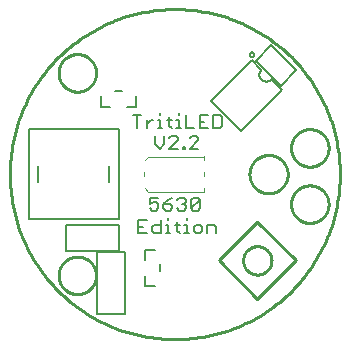
<source format=gto>
G75*
%MOIN*%
%OFA0B0*%
%FSLAX25Y25*%
%IPPOS*%
%LPD*%
%AMOC8*
5,1,8,0,0,1.08239X$1,22.5*
%
%ADD10C,0.01000*%
%ADD11C,0.00700*%
%ADD12C,0.00500*%
%ADD13C,0.00300*%
D10*
X0069250Y0049250D02*
X0069252Y0049408D01*
X0069258Y0049565D01*
X0069268Y0049723D01*
X0069282Y0049880D01*
X0069300Y0050036D01*
X0069321Y0050193D01*
X0069347Y0050348D01*
X0069377Y0050503D01*
X0069410Y0050657D01*
X0069448Y0050810D01*
X0069489Y0050963D01*
X0069534Y0051114D01*
X0069583Y0051264D01*
X0069636Y0051412D01*
X0069692Y0051560D01*
X0069753Y0051705D01*
X0069816Y0051850D01*
X0069884Y0051992D01*
X0069955Y0052133D01*
X0070029Y0052272D01*
X0070107Y0052409D01*
X0070189Y0052544D01*
X0070273Y0052677D01*
X0070362Y0052808D01*
X0070453Y0052936D01*
X0070548Y0053063D01*
X0070645Y0053186D01*
X0070746Y0053308D01*
X0070850Y0053426D01*
X0070957Y0053542D01*
X0071067Y0053655D01*
X0071179Y0053766D01*
X0071295Y0053873D01*
X0071413Y0053978D01*
X0071533Y0054080D01*
X0071656Y0054178D01*
X0071782Y0054274D01*
X0071910Y0054366D01*
X0072040Y0054455D01*
X0072172Y0054541D01*
X0072307Y0054623D01*
X0072444Y0054702D01*
X0072582Y0054777D01*
X0072722Y0054849D01*
X0072865Y0054917D01*
X0073008Y0054982D01*
X0073154Y0055043D01*
X0073301Y0055100D01*
X0073449Y0055154D01*
X0073599Y0055204D01*
X0073749Y0055250D01*
X0073901Y0055292D01*
X0074054Y0055331D01*
X0074208Y0055365D01*
X0074363Y0055396D01*
X0074518Y0055422D01*
X0074674Y0055445D01*
X0074831Y0055464D01*
X0074988Y0055479D01*
X0075145Y0055490D01*
X0075303Y0055497D01*
X0075461Y0055500D01*
X0075618Y0055499D01*
X0075776Y0055494D01*
X0075933Y0055485D01*
X0076091Y0055472D01*
X0076247Y0055455D01*
X0076404Y0055434D01*
X0076559Y0055410D01*
X0076714Y0055381D01*
X0076869Y0055348D01*
X0077022Y0055312D01*
X0077175Y0055271D01*
X0077326Y0055227D01*
X0077476Y0055179D01*
X0077625Y0055128D01*
X0077773Y0055072D01*
X0077919Y0055013D01*
X0078064Y0054950D01*
X0078207Y0054883D01*
X0078348Y0054813D01*
X0078487Y0054740D01*
X0078625Y0054663D01*
X0078761Y0054582D01*
X0078894Y0054498D01*
X0079025Y0054411D01*
X0079154Y0054320D01*
X0079281Y0054226D01*
X0079406Y0054129D01*
X0079527Y0054029D01*
X0079647Y0053926D01*
X0079763Y0053820D01*
X0079877Y0053711D01*
X0079989Y0053599D01*
X0080097Y0053485D01*
X0080202Y0053367D01*
X0080305Y0053247D01*
X0080404Y0053125D01*
X0080500Y0053000D01*
X0080593Y0052872D01*
X0080683Y0052743D01*
X0080769Y0052611D01*
X0080853Y0052477D01*
X0080932Y0052341D01*
X0081009Y0052203D01*
X0081081Y0052063D01*
X0081150Y0051921D01*
X0081216Y0051778D01*
X0081278Y0051633D01*
X0081336Y0051486D01*
X0081391Y0051338D01*
X0081442Y0051189D01*
X0081489Y0051038D01*
X0081532Y0050887D01*
X0081571Y0050734D01*
X0081607Y0050580D01*
X0081638Y0050426D01*
X0081666Y0050271D01*
X0081690Y0050115D01*
X0081710Y0049958D01*
X0081726Y0049801D01*
X0081738Y0049644D01*
X0081746Y0049487D01*
X0081750Y0049329D01*
X0081750Y0049171D01*
X0081746Y0049013D01*
X0081738Y0048856D01*
X0081726Y0048699D01*
X0081710Y0048542D01*
X0081690Y0048385D01*
X0081666Y0048229D01*
X0081638Y0048074D01*
X0081607Y0047920D01*
X0081571Y0047766D01*
X0081532Y0047613D01*
X0081489Y0047462D01*
X0081442Y0047311D01*
X0081391Y0047162D01*
X0081336Y0047014D01*
X0081278Y0046867D01*
X0081216Y0046722D01*
X0081150Y0046579D01*
X0081081Y0046437D01*
X0081009Y0046297D01*
X0080932Y0046159D01*
X0080853Y0046023D01*
X0080769Y0045889D01*
X0080683Y0045757D01*
X0080593Y0045628D01*
X0080500Y0045500D01*
X0080404Y0045375D01*
X0080305Y0045253D01*
X0080202Y0045133D01*
X0080097Y0045015D01*
X0079989Y0044901D01*
X0079877Y0044789D01*
X0079763Y0044680D01*
X0079647Y0044574D01*
X0079527Y0044471D01*
X0079406Y0044371D01*
X0079281Y0044274D01*
X0079154Y0044180D01*
X0079025Y0044089D01*
X0078894Y0044002D01*
X0078761Y0043918D01*
X0078625Y0043837D01*
X0078487Y0043760D01*
X0078348Y0043687D01*
X0078207Y0043617D01*
X0078064Y0043550D01*
X0077919Y0043487D01*
X0077773Y0043428D01*
X0077625Y0043372D01*
X0077476Y0043321D01*
X0077326Y0043273D01*
X0077175Y0043229D01*
X0077022Y0043188D01*
X0076869Y0043152D01*
X0076714Y0043119D01*
X0076559Y0043090D01*
X0076404Y0043066D01*
X0076247Y0043045D01*
X0076091Y0043028D01*
X0075933Y0043015D01*
X0075776Y0043006D01*
X0075618Y0043001D01*
X0075461Y0043000D01*
X0075303Y0043003D01*
X0075145Y0043010D01*
X0074988Y0043021D01*
X0074831Y0043036D01*
X0074674Y0043055D01*
X0074518Y0043078D01*
X0074363Y0043104D01*
X0074208Y0043135D01*
X0074054Y0043169D01*
X0073901Y0043208D01*
X0073749Y0043250D01*
X0073599Y0043296D01*
X0073449Y0043346D01*
X0073301Y0043400D01*
X0073154Y0043457D01*
X0073008Y0043518D01*
X0072865Y0043583D01*
X0072722Y0043651D01*
X0072582Y0043723D01*
X0072444Y0043798D01*
X0072307Y0043877D01*
X0072172Y0043959D01*
X0072040Y0044045D01*
X0071910Y0044134D01*
X0071782Y0044226D01*
X0071656Y0044322D01*
X0071533Y0044420D01*
X0071413Y0044522D01*
X0071295Y0044627D01*
X0071179Y0044734D01*
X0071067Y0044845D01*
X0070957Y0044958D01*
X0070850Y0045074D01*
X0070746Y0045192D01*
X0070645Y0045314D01*
X0070548Y0045437D01*
X0070453Y0045564D01*
X0070362Y0045692D01*
X0070273Y0045823D01*
X0070189Y0045956D01*
X0070107Y0046091D01*
X0070029Y0046228D01*
X0069955Y0046367D01*
X0069884Y0046508D01*
X0069816Y0046650D01*
X0069753Y0046795D01*
X0069692Y0046940D01*
X0069636Y0047088D01*
X0069583Y0047236D01*
X0069534Y0047386D01*
X0069489Y0047537D01*
X0069448Y0047690D01*
X0069410Y0047843D01*
X0069377Y0047997D01*
X0069347Y0048152D01*
X0069321Y0048307D01*
X0069300Y0048464D01*
X0069282Y0048620D01*
X0069268Y0048777D01*
X0069258Y0048935D01*
X0069252Y0049092D01*
X0069250Y0049250D01*
X0053000Y0083000D02*
X0053017Y0084350D01*
X0053066Y0085699D01*
X0053149Y0087046D01*
X0053265Y0088391D01*
X0053414Y0089733D01*
X0053595Y0091070D01*
X0053810Y0092403D01*
X0054057Y0093730D01*
X0054336Y0095051D01*
X0054648Y0096364D01*
X0054992Y0097669D01*
X0055368Y0098966D01*
X0055776Y0100252D01*
X0056215Y0101529D01*
X0056685Y0102794D01*
X0057187Y0104048D01*
X0057718Y0105288D01*
X0058281Y0106516D01*
X0058873Y0107729D01*
X0059494Y0108927D01*
X0060145Y0110109D01*
X0060825Y0111276D01*
X0061533Y0112425D01*
X0062269Y0113556D01*
X0063033Y0114669D01*
X0063824Y0115763D01*
X0064641Y0116838D01*
X0065484Y0117892D01*
X0066354Y0118925D01*
X0067248Y0119936D01*
X0068166Y0120925D01*
X0069109Y0121891D01*
X0070075Y0122834D01*
X0071064Y0123752D01*
X0072075Y0124646D01*
X0073108Y0125516D01*
X0074162Y0126359D01*
X0075237Y0127176D01*
X0076331Y0127967D01*
X0077444Y0128731D01*
X0078575Y0129467D01*
X0079724Y0130175D01*
X0080891Y0130855D01*
X0082073Y0131506D01*
X0083271Y0132127D01*
X0084484Y0132719D01*
X0085712Y0133282D01*
X0086952Y0133813D01*
X0088206Y0134315D01*
X0089471Y0134785D01*
X0090748Y0135224D01*
X0092034Y0135632D01*
X0093331Y0136008D01*
X0094636Y0136352D01*
X0095949Y0136664D01*
X0097270Y0136943D01*
X0098597Y0137190D01*
X0099930Y0137405D01*
X0101267Y0137586D01*
X0102609Y0137735D01*
X0103954Y0137851D01*
X0105301Y0137934D01*
X0106650Y0137983D01*
X0108000Y0138000D01*
X0109350Y0137983D01*
X0110699Y0137934D01*
X0112046Y0137851D01*
X0113391Y0137735D01*
X0114733Y0137586D01*
X0116070Y0137405D01*
X0117403Y0137190D01*
X0118730Y0136943D01*
X0120051Y0136664D01*
X0121364Y0136352D01*
X0122669Y0136008D01*
X0123966Y0135632D01*
X0125252Y0135224D01*
X0126529Y0134785D01*
X0127794Y0134315D01*
X0129048Y0133813D01*
X0130288Y0133282D01*
X0131516Y0132719D01*
X0132729Y0132127D01*
X0133927Y0131506D01*
X0135109Y0130855D01*
X0136276Y0130175D01*
X0137425Y0129467D01*
X0138556Y0128731D01*
X0139669Y0127967D01*
X0140763Y0127176D01*
X0141838Y0126359D01*
X0142892Y0125516D01*
X0143925Y0124646D01*
X0144936Y0123752D01*
X0145925Y0122834D01*
X0146891Y0121891D01*
X0147834Y0120925D01*
X0148752Y0119936D01*
X0149646Y0118925D01*
X0150516Y0117892D01*
X0151359Y0116838D01*
X0152176Y0115763D01*
X0152967Y0114669D01*
X0153731Y0113556D01*
X0154467Y0112425D01*
X0155175Y0111276D01*
X0155855Y0110109D01*
X0156506Y0108927D01*
X0157127Y0107729D01*
X0157719Y0106516D01*
X0158282Y0105288D01*
X0158813Y0104048D01*
X0159315Y0102794D01*
X0159785Y0101529D01*
X0160224Y0100252D01*
X0160632Y0098966D01*
X0161008Y0097669D01*
X0161352Y0096364D01*
X0161664Y0095051D01*
X0161943Y0093730D01*
X0162190Y0092403D01*
X0162405Y0091070D01*
X0162586Y0089733D01*
X0162735Y0088391D01*
X0162851Y0087046D01*
X0162934Y0085699D01*
X0162983Y0084350D01*
X0163000Y0083000D01*
X0162983Y0081650D01*
X0162934Y0080301D01*
X0162851Y0078954D01*
X0162735Y0077609D01*
X0162586Y0076267D01*
X0162405Y0074930D01*
X0162190Y0073597D01*
X0161943Y0072270D01*
X0161664Y0070949D01*
X0161352Y0069636D01*
X0161008Y0068331D01*
X0160632Y0067034D01*
X0160224Y0065748D01*
X0159785Y0064471D01*
X0159315Y0063206D01*
X0158813Y0061952D01*
X0158282Y0060712D01*
X0157719Y0059484D01*
X0157127Y0058271D01*
X0156506Y0057073D01*
X0155855Y0055891D01*
X0155175Y0054724D01*
X0154467Y0053575D01*
X0153731Y0052444D01*
X0152967Y0051331D01*
X0152176Y0050237D01*
X0151359Y0049162D01*
X0150516Y0048108D01*
X0149646Y0047075D01*
X0148752Y0046064D01*
X0147834Y0045075D01*
X0146891Y0044109D01*
X0145925Y0043166D01*
X0144936Y0042248D01*
X0143925Y0041354D01*
X0142892Y0040484D01*
X0141838Y0039641D01*
X0140763Y0038824D01*
X0139669Y0038033D01*
X0138556Y0037269D01*
X0137425Y0036533D01*
X0136276Y0035825D01*
X0135109Y0035145D01*
X0133927Y0034494D01*
X0132729Y0033873D01*
X0131516Y0033281D01*
X0130288Y0032718D01*
X0129048Y0032187D01*
X0127794Y0031685D01*
X0126529Y0031215D01*
X0125252Y0030776D01*
X0123966Y0030368D01*
X0122669Y0029992D01*
X0121364Y0029648D01*
X0120051Y0029336D01*
X0118730Y0029057D01*
X0117403Y0028810D01*
X0116070Y0028595D01*
X0114733Y0028414D01*
X0113391Y0028265D01*
X0112046Y0028149D01*
X0110699Y0028066D01*
X0109350Y0028017D01*
X0108000Y0028000D01*
X0106650Y0028017D01*
X0105301Y0028066D01*
X0103954Y0028149D01*
X0102609Y0028265D01*
X0101267Y0028414D01*
X0099930Y0028595D01*
X0098597Y0028810D01*
X0097270Y0029057D01*
X0095949Y0029336D01*
X0094636Y0029648D01*
X0093331Y0029992D01*
X0092034Y0030368D01*
X0090748Y0030776D01*
X0089471Y0031215D01*
X0088206Y0031685D01*
X0086952Y0032187D01*
X0085712Y0032718D01*
X0084484Y0033281D01*
X0083271Y0033873D01*
X0082073Y0034494D01*
X0080891Y0035145D01*
X0079724Y0035825D01*
X0078575Y0036533D01*
X0077444Y0037269D01*
X0076331Y0038033D01*
X0075237Y0038824D01*
X0074162Y0039641D01*
X0073108Y0040484D01*
X0072075Y0041354D01*
X0071064Y0042248D01*
X0070075Y0043166D01*
X0069109Y0044109D01*
X0068166Y0045075D01*
X0067248Y0046064D01*
X0066354Y0047075D01*
X0065484Y0048108D01*
X0064641Y0049162D01*
X0063824Y0050237D01*
X0063033Y0051331D01*
X0062269Y0052444D01*
X0061533Y0053575D01*
X0060825Y0054724D01*
X0060145Y0055891D01*
X0059494Y0057073D01*
X0058873Y0058271D01*
X0058281Y0059484D01*
X0057718Y0060712D01*
X0057187Y0061952D01*
X0056685Y0063206D01*
X0056215Y0064471D01*
X0055776Y0065748D01*
X0055368Y0067034D01*
X0054992Y0068331D01*
X0054648Y0069636D01*
X0054336Y0070949D01*
X0054057Y0072270D01*
X0053810Y0073597D01*
X0053595Y0074930D01*
X0053414Y0076267D01*
X0053265Y0077609D01*
X0053149Y0078954D01*
X0053066Y0080301D01*
X0053017Y0081650D01*
X0053000Y0083000D01*
X0069250Y0116750D02*
X0069252Y0116908D01*
X0069258Y0117065D01*
X0069268Y0117223D01*
X0069282Y0117380D01*
X0069300Y0117536D01*
X0069321Y0117693D01*
X0069347Y0117848D01*
X0069377Y0118003D01*
X0069410Y0118157D01*
X0069448Y0118310D01*
X0069489Y0118463D01*
X0069534Y0118614D01*
X0069583Y0118764D01*
X0069636Y0118912D01*
X0069692Y0119060D01*
X0069753Y0119205D01*
X0069816Y0119350D01*
X0069884Y0119492D01*
X0069955Y0119633D01*
X0070029Y0119772D01*
X0070107Y0119909D01*
X0070189Y0120044D01*
X0070273Y0120177D01*
X0070362Y0120308D01*
X0070453Y0120436D01*
X0070548Y0120563D01*
X0070645Y0120686D01*
X0070746Y0120808D01*
X0070850Y0120926D01*
X0070957Y0121042D01*
X0071067Y0121155D01*
X0071179Y0121266D01*
X0071295Y0121373D01*
X0071413Y0121478D01*
X0071533Y0121580D01*
X0071656Y0121678D01*
X0071782Y0121774D01*
X0071910Y0121866D01*
X0072040Y0121955D01*
X0072172Y0122041D01*
X0072307Y0122123D01*
X0072444Y0122202D01*
X0072582Y0122277D01*
X0072722Y0122349D01*
X0072865Y0122417D01*
X0073008Y0122482D01*
X0073154Y0122543D01*
X0073301Y0122600D01*
X0073449Y0122654D01*
X0073599Y0122704D01*
X0073749Y0122750D01*
X0073901Y0122792D01*
X0074054Y0122831D01*
X0074208Y0122865D01*
X0074363Y0122896D01*
X0074518Y0122922D01*
X0074674Y0122945D01*
X0074831Y0122964D01*
X0074988Y0122979D01*
X0075145Y0122990D01*
X0075303Y0122997D01*
X0075461Y0123000D01*
X0075618Y0122999D01*
X0075776Y0122994D01*
X0075933Y0122985D01*
X0076091Y0122972D01*
X0076247Y0122955D01*
X0076404Y0122934D01*
X0076559Y0122910D01*
X0076714Y0122881D01*
X0076869Y0122848D01*
X0077022Y0122812D01*
X0077175Y0122771D01*
X0077326Y0122727D01*
X0077476Y0122679D01*
X0077625Y0122628D01*
X0077773Y0122572D01*
X0077919Y0122513D01*
X0078064Y0122450D01*
X0078207Y0122383D01*
X0078348Y0122313D01*
X0078487Y0122240D01*
X0078625Y0122163D01*
X0078761Y0122082D01*
X0078894Y0121998D01*
X0079025Y0121911D01*
X0079154Y0121820D01*
X0079281Y0121726D01*
X0079406Y0121629D01*
X0079527Y0121529D01*
X0079647Y0121426D01*
X0079763Y0121320D01*
X0079877Y0121211D01*
X0079989Y0121099D01*
X0080097Y0120985D01*
X0080202Y0120867D01*
X0080305Y0120747D01*
X0080404Y0120625D01*
X0080500Y0120500D01*
X0080593Y0120372D01*
X0080683Y0120243D01*
X0080769Y0120111D01*
X0080853Y0119977D01*
X0080932Y0119841D01*
X0081009Y0119703D01*
X0081081Y0119563D01*
X0081150Y0119421D01*
X0081216Y0119278D01*
X0081278Y0119133D01*
X0081336Y0118986D01*
X0081391Y0118838D01*
X0081442Y0118689D01*
X0081489Y0118538D01*
X0081532Y0118387D01*
X0081571Y0118234D01*
X0081607Y0118080D01*
X0081638Y0117926D01*
X0081666Y0117771D01*
X0081690Y0117615D01*
X0081710Y0117458D01*
X0081726Y0117301D01*
X0081738Y0117144D01*
X0081746Y0116987D01*
X0081750Y0116829D01*
X0081750Y0116671D01*
X0081746Y0116513D01*
X0081738Y0116356D01*
X0081726Y0116199D01*
X0081710Y0116042D01*
X0081690Y0115885D01*
X0081666Y0115729D01*
X0081638Y0115574D01*
X0081607Y0115420D01*
X0081571Y0115266D01*
X0081532Y0115113D01*
X0081489Y0114962D01*
X0081442Y0114811D01*
X0081391Y0114662D01*
X0081336Y0114514D01*
X0081278Y0114367D01*
X0081216Y0114222D01*
X0081150Y0114079D01*
X0081081Y0113937D01*
X0081009Y0113797D01*
X0080932Y0113659D01*
X0080853Y0113523D01*
X0080769Y0113389D01*
X0080683Y0113257D01*
X0080593Y0113128D01*
X0080500Y0113000D01*
X0080404Y0112875D01*
X0080305Y0112753D01*
X0080202Y0112633D01*
X0080097Y0112515D01*
X0079989Y0112401D01*
X0079877Y0112289D01*
X0079763Y0112180D01*
X0079647Y0112074D01*
X0079527Y0111971D01*
X0079406Y0111871D01*
X0079281Y0111774D01*
X0079154Y0111680D01*
X0079025Y0111589D01*
X0078894Y0111502D01*
X0078761Y0111418D01*
X0078625Y0111337D01*
X0078487Y0111260D01*
X0078348Y0111187D01*
X0078207Y0111117D01*
X0078064Y0111050D01*
X0077919Y0110987D01*
X0077773Y0110928D01*
X0077625Y0110872D01*
X0077476Y0110821D01*
X0077326Y0110773D01*
X0077175Y0110729D01*
X0077022Y0110688D01*
X0076869Y0110652D01*
X0076714Y0110619D01*
X0076559Y0110590D01*
X0076404Y0110566D01*
X0076247Y0110545D01*
X0076091Y0110528D01*
X0075933Y0110515D01*
X0075776Y0110506D01*
X0075618Y0110501D01*
X0075461Y0110500D01*
X0075303Y0110503D01*
X0075145Y0110510D01*
X0074988Y0110521D01*
X0074831Y0110536D01*
X0074674Y0110555D01*
X0074518Y0110578D01*
X0074363Y0110604D01*
X0074208Y0110635D01*
X0074054Y0110669D01*
X0073901Y0110708D01*
X0073749Y0110750D01*
X0073599Y0110796D01*
X0073449Y0110846D01*
X0073301Y0110900D01*
X0073154Y0110957D01*
X0073008Y0111018D01*
X0072865Y0111083D01*
X0072722Y0111151D01*
X0072582Y0111223D01*
X0072444Y0111298D01*
X0072307Y0111377D01*
X0072172Y0111459D01*
X0072040Y0111545D01*
X0071910Y0111634D01*
X0071782Y0111726D01*
X0071656Y0111822D01*
X0071533Y0111920D01*
X0071413Y0112022D01*
X0071295Y0112127D01*
X0071179Y0112234D01*
X0071067Y0112345D01*
X0070957Y0112458D01*
X0070850Y0112574D01*
X0070746Y0112692D01*
X0070645Y0112814D01*
X0070548Y0112937D01*
X0070453Y0113064D01*
X0070362Y0113192D01*
X0070273Y0113323D01*
X0070189Y0113456D01*
X0070107Y0113591D01*
X0070029Y0113728D01*
X0069955Y0113867D01*
X0069884Y0114008D01*
X0069816Y0114150D01*
X0069753Y0114295D01*
X0069692Y0114440D01*
X0069636Y0114588D01*
X0069583Y0114736D01*
X0069534Y0114886D01*
X0069489Y0115037D01*
X0069448Y0115190D01*
X0069410Y0115343D01*
X0069377Y0115497D01*
X0069347Y0115652D01*
X0069321Y0115807D01*
X0069300Y0115964D01*
X0069282Y0116120D01*
X0069268Y0116277D01*
X0069258Y0116435D01*
X0069252Y0116592D01*
X0069250Y0116750D01*
X0132876Y0083000D02*
X0132878Y0083160D01*
X0132884Y0083319D01*
X0132894Y0083478D01*
X0132908Y0083637D01*
X0132926Y0083796D01*
X0132948Y0083954D01*
X0132974Y0084111D01*
X0133003Y0084268D01*
X0133037Y0084424D01*
X0133075Y0084579D01*
X0133116Y0084733D01*
X0133161Y0084886D01*
X0133211Y0085038D01*
X0133263Y0085188D01*
X0133320Y0085338D01*
X0133380Y0085485D01*
X0133444Y0085631D01*
X0133512Y0085776D01*
X0133583Y0085919D01*
X0133658Y0086060D01*
X0133737Y0086199D01*
X0133818Y0086336D01*
X0133904Y0086470D01*
X0133992Y0086603D01*
X0134084Y0086734D01*
X0134179Y0086862D01*
X0134277Y0086987D01*
X0134379Y0087111D01*
X0134483Y0087231D01*
X0134590Y0087349D01*
X0134701Y0087465D01*
X0134814Y0087577D01*
X0134930Y0087687D01*
X0135049Y0087793D01*
X0135170Y0087897D01*
X0135294Y0087998D01*
X0135420Y0088095D01*
X0135549Y0088189D01*
X0135680Y0088280D01*
X0135813Y0088368D01*
X0135949Y0088452D01*
X0136086Y0088533D01*
X0136226Y0088611D01*
X0136367Y0088685D01*
X0136510Y0088755D01*
X0136655Y0088822D01*
X0136802Y0088885D01*
X0136950Y0088944D01*
X0137099Y0089000D01*
X0137250Y0089052D01*
X0137402Y0089100D01*
X0137555Y0089145D01*
X0137710Y0089185D01*
X0137865Y0089222D01*
X0138021Y0089254D01*
X0138178Y0089283D01*
X0138336Y0089308D01*
X0138494Y0089329D01*
X0138653Y0089346D01*
X0138812Y0089359D01*
X0138971Y0089368D01*
X0139130Y0089373D01*
X0139290Y0089374D01*
X0139449Y0089371D01*
X0139609Y0089364D01*
X0139768Y0089353D01*
X0139927Y0089338D01*
X0140085Y0089319D01*
X0140243Y0089296D01*
X0140400Y0089269D01*
X0140557Y0089239D01*
X0140713Y0089204D01*
X0140868Y0089165D01*
X0141021Y0089123D01*
X0141174Y0089077D01*
X0141326Y0089027D01*
X0141476Y0088973D01*
X0141625Y0088915D01*
X0141772Y0088854D01*
X0141918Y0088789D01*
X0142062Y0088720D01*
X0142204Y0088648D01*
X0142344Y0088572D01*
X0142483Y0088493D01*
X0142619Y0088411D01*
X0142754Y0088325D01*
X0142886Y0088235D01*
X0143016Y0088143D01*
X0143143Y0088047D01*
X0143269Y0087948D01*
X0143391Y0087846D01*
X0143511Y0087740D01*
X0143628Y0087632D01*
X0143743Y0087521D01*
X0143855Y0087407D01*
X0143964Y0087291D01*
X0144070Y0087171D01*
X0144172Y0087049D01*
X0144272Y0086925D01*
X0144369Y0086798D01*
X0144462Y0086669D01*
X0144553Y0086537D01*
X0144639Y0086403D01*
X0144723Y0086267D01*
X0144803Y0086129D01*
X0144880Y0085989D01*
X0144953Y0085847D01*
X0145022Y0085704D01*
X0145088Y0085558D01*
X0145150Y0085412D01*
X0145209Y0085263D01*
X0145263Y0085113D01*
X0145314Y0084962D01*
X0145362Y0084810D01*
X0145405Y0084656D01*
X0145445Y0084502D01*
X0145480Y0084346D01*
X0145512Y0084190D01*
X0145540Y0084033D01*
X0145564Y0083875D01*
X0145584Y0083716D01*
X0145600Y0083558D01*
X0145612Y0083399D01*
X0145620Y0083239D01*
X0145624Y0083080D01*
X0145624Y0082920D01*
X0145620Y0082761D01*
X0145612Y0082601D01*
X0145600Y0082442D01*
X0145584Y0082284D01*
X0145564Y0082125D01*
X0145540Y0081967D01*
X0145512Y0081810D01*
X0145480Y0081654D01*
X0145445Y0081498D01*
X0145405Y0081344D01*
X0145362Y0081190D01*
X0145314Y0081038D01*
X0145263Y0080887D01*
X0145209Y0080737D01*
X0145150Y0080588D01*
X0145088Y0080442D01*
X0145022Y0080296D01*
X0144953Y0080153D01*
X0144880Y0080011D01*
X0144803Y0079871D01*
X0144723Y0079733D01*
X0144639Y0079597D01*
X0144553Y0079463D01*
X0144462Y0079331D01*
X0144369Y0079202D01*
X0144272Y0079075D01*
X0144172Y0078951D01*
X0144070Y0078829D01*
X0143964Y0078709D01*
X0143855Y0078593D01*
X0143743Y0078479D01*
X0143628Y0078368D01*
X0143511Y0078260D01*
X0143391Y0078154D01*
X0143269Y0078052D01*
X0143143Y0077953D01*
X0143016Y0077857D01*
X0142886Y0077765D01*
X0142754Y0077675D01*
X0142619Y0077589D01*
X0142483Y0077507D01*
X0142344Y0077428D01*
X0142204Y0077352D01*
X0142062Y0077280D01*
X0141918Y0077211D01*
X0141772Y0077146D01*
X0141625Y0077085D01*
X0141476Y0077027D01*
X0141326Y0076973D01*
X0141174Y0076923D01*
X0141021Y0076877D01*
X0140868Y0076835D01*
X0140713Y0076796D01*
X0140557Y0076761D01*
X0140400Y0076731D01*
X0140243Y0076704D01*
X0140085Y0076681D01*
X0139927Y0076662D01*
X0139768Y0076647D01*
X0139609Y0076636D01*
X0139449Y0076629D01*
X0139290Y0076626D01*
X0139130Y0076627D01*
X0138971Y0076632D01*
X0138812Y0076641D01*
X0138653Y0076654D01*
X0138494Y0076671D01*
X0138336Y0076692D01*
X0138178Y0076717D01*
X0138021Y0076746D01*
X0137865Y0076778D01*
X0137710Y0076815D01*
X0137555Y0076855D01*
X0137402Y0076900D01*
X0137250Y0076948D01*
X0137099Y0077000D01*
X0136950Y0077056D01*
X0136802Y0077115D01*
X0136655Y0077178D01*
X0136510Y0077245D01*
X0136367Y0077315D01*
X0136226Y0077389D01*
X0136086Y0077467D01*
X0135949Y0077548D01*
X0135813Y0077632D01*
X0135680Y0077720D01*
X0135549Y0077811D01*
X0135420Y0077905D01*
X0135294Y0078002D01*
X0135170Y0078103D01*
X0135049Y0078207D01*
X0134930Y0078313D01*
X0134814Y0078423D01*
X0134701Y0078535D01*
X0134590Y0078651D01*
X0134483Y0078769D01*
X0134379Y0078889D01*
X0134277Y0079013D01*
X0134179Y0079138D01*
X0134084Y0079266D01*
X0133992Y0079397D01*
X0133904Y0079530D01*
X0133818Y0079664D01*
X0133737Y0079801D01*
X0133658Y0079940D01*
X0133583Y0080081D01*
X0133512Y0080224D01*
X0133444Y0080369D01*
X0133380Y0080515D01*
X0133320Y0080662D01*
X0133263Y0080812D01*
X0133211Y0080962D01*
X0133161Y0081114D01*
X0133116Y0081267D01*
X0133075Y0081421D01*
X0133037Y0081576D01*
X0133003Y0081732D01*
X0132974Y0081889D01*
X0132948Y0082046D01*
X0132926Y0082204D01*
X0132908Y0082363D01*
X0132894Y0082522D01*
X0132884Y0082681D01*
X0132878Y0082840D01*
X0132876Y0083000D01*
X0146750Y0091750D02*
X0146752Y0091908D01*
X0146758Y0092065D01*
X0146768Y0092223D01*
X0146782Y0092380D01*
X0146800Y0092536D01*
X0146821Y0092693D01*
X0146847Y0092848D01*
X0146877Y0093003D01*
X0146910Y0093157D01*
X0146948Y0093310D01*
X0146989Y0093463D01*
X0147034Y0093614D01*
X0147083Y0093764D01*
X0147136Y0093912D01*
X0147192Y0094060D01*
X0147253Y0094205D01*
X0147316Y0094350D01*
X0147384Y0094492D01*
X0147455Y0094633D01*
X0147529Y0094772D01*
X0147607Y0094909D01*
X0147689Y0095044D01*
X0147773Y0095177D01*
X0147862Y0095308D01*
X0147953Y0095436D01*
X0148048Y0095563D01*
X0148145Y0095686D01*
X0148246Y0095808D01*
X0148350Y0095926D01*
X0148457Y0096042D01*
X0148567Y0096155D01*
X0148679Y0096266D01*
X0148795Y0096373D01*
X0148913Y0096478D01*
X0149033Y0096580D01*
X0149156Y0096678D01*
X0149282Y0096774D01*
X0149410Y0096866D01*
X0149540Y0096955D01*
X0149672Y0097041D01*
X0149807Y0097123D01*
X0149944Y0097202D01*
X0150082Y0097277D01*
X0150222Y0097349D01*
X0150365Y0097417D01*
X0150508Y0097482D01*
X0150654Y0097543D01*
X0150801Y0097600D01*
X0150949Y0097654D01*
X0151099Y0097704D01*
X0151249Y0097750D01*
X0151401Y0097792D01*
X0151554Y0097831D01*
X0151708Y0097865D01*
X0151863Y0097896D01*
X0152018Y0097922D01*
X0152174Y0097945D01*
X0152331Y0097964D01*
X0152488Y0097979D01*
X0152645Y0097990D01*
X0152803Y0097997D01*
X0152961Y0098000D01*
X0153118Y0097999D01*
X0153276Y0097994D01*
X0153433Y0097985D01*
X0153591Y0097972D01*
X0153747Y0097955D01*
X0153904Y0097934D01*
X0154059Y0097910D01*
X0154214Y0097881D01*
X0154369Y0097848D01*
X0154522Y0097812D01*
X0154675Y0097771D01*
X0154826Y0097727D01*
X0154976Y0097679D01*
X0155125Y0097628D01*
X0155273Y0097572D01*
X0155419Y0097513D01*
X0155564Y0097450D01*
X0155707Y0097383D01*
X0155848Y0097313D01*
X0155987Y0097240D01*
X0156125Y0097163D01*
X0156261Y0097082D01*
X0156394Y0096998D01*
X0156525Y0096911D01*
X0156654Y0096820D01*
X0156781Y0096726D01*
X0156906Y0096629D01*
X0157027Y0096529D01*
X0157147Y0096426D01*
X0157263Y0096320D01*
X0157377Y0096211D01*
X0157489Y0096099D01*
X0157597Y0095985D01*
X0157702Y0095867D01*
X0157805Y0095747D01*
X0157904Y0095625D01*
X0158000Y0095500D01*
X0158093Y0095372D01*
X0158183Y0095243D01*
X0158269Y0095111D01*
X0158353Y0094977D01*
X0158432Y0094841D01*
X0158509Y0094703D01*
X0158581Y0094563D01*
X0158650Y0094421D01*
X0158716Y0094278D01*
X0158778Y0094133D01*
X0158836Y0093986D01*
X0158891Y0093838D01*
X0158942Y0093689D01*
X0158989Y0093538D01*
X0159032Y0093387D01*
X0159071Y0093234D01*
X0159107Y0093080D01*
X0159138Y0092926D01*
X0159166Y0092771D01*
X0159190Y0092615D01*
X0159210Y0092458D01*
X0159226Y0092301D01*
X0159238Y0092144D01*
X0159246Y0091987D01*
X0159250Y0091829D01*
X0159250Y0091671D01*
X0159246Y0091513D01*
X0159238Y0091356D01*
X0159226Y0091199D01*
X0159210Y0091042D01*
X0159190Y0090885D01*
X0159166Y0090729D01*
X0159138Y0090574D01*
X0159107Y0090420D01*
X0159071Y0090266D01*
X0159032Y0090113D01*
X0158989Y0089962D01*
X0158942Y0089811D01*
X0158891Y0089662D01*
X0158836Y0089514D01*
X0158778Y0089367D01*
X0158716Y0089222D01*
X0158650Y0089079D01*
X0158581Y0088937D01*
X0158509Y0088797D01*
X0158432Y0088659D01*
X0158353Y0088523D01*
X0158269Y0088389D01*
X0158183Y0088257D01*
X0158093Y0088128D01*
X0158000Y0088000D01*
X0157904Y0087875D01*
X0157805Y0087753D01*
X0157702Y0087633D01*
X0157597Y0087515D01*
X0157489Y0087401D01*
X0157377Y0087289D01*
X0157263Y0087180D01*
X0157147Y0087074D01*
X0157027Y0086971D01*
X0156906Y0086871D01*
X0156781Y0086774D01*
X0156654Y0086680D01*
X0156525Y0086589D01*
X0156394Y0086502D01*
X0156261Y0086418D01*
X0156125Y0086337D01*
X0155987Y0086260D01*
X0155848Y0086187D01*
X0155707Y0086117D01*
X0155564Y0086050D01*
X0155419Y0085987D01*
X0155273Y0085928D01*
X0155125Y0085872D01*
X0154976Y0085821D01*
X0154826Y0085773D01*
X0154675Y0085729D01*
X0154522Y0085688D01*
X0154369Y0085652D01*
X0154214Y0085619D01*
X0154059Y0085590D01*
X0153904Y0085566D01*
X0153747Y0085545D01*
X0153591Y0085528D01*
X0153433Y0085515D01*
X0153276Y0085506D01*
X0153118Y0085501D01*
X0152961Y0085500D01*
X0152803Y0085503D01*
X0152645Y0085510D01*
X0152488Y0085521D01*
X0152331Y0085536D01*
X0152174Y0085555D01*
X0152018Y0085578D01*
X0151863Y0085604D01*
X0151708Y0085635D01*
X0151554Y0085669D01*
X0151401Y0085708D01*
X0151249Y0085750D01*
X0151099Y0085796D01*
X0150949Y0085846D01*
X0150801Y0085900D01*
X0150654Y0085957D01*
X0150508Y0086018D01*
X0150365Y0086083D01*
X0150222Y0086151D01*
X0150082Y0086223D01*
X0149944Y0086298D01*
X0149807Y0086377D01*
X0149672Y0086459D01*
X0149540Y0086545D01*
X0149410Y0086634D01*
X0149282Y0086726D01*
X0149156Y0086822D01*
X0149033Y0086920D01*
X0148913Y0087022D01*
X0148795Y0087127D01*
X0148679Y0087234D01*
X0148567Y0087345D01*
X0148457Y0087458D01*
X0148350Y0087574D01*
X0148246Y0087692D01*
X0148145Y0087814D01*
X0148048Y0087937D01*
X0147953Y0088064D01*
X0147862Y0088192D01*
X0147773Y0088323D01*
X0147689Y0088456D01*
X0147607Y0088591D01*
X0147529Y0088728D01*
X0147455Y0088867D01*
X0147384Y0089008D01*
X0147316Y0089150D01*
X0147253Y0089295D01*
X0147192Y0089440D01*
X0147136Y0089588D01*
X0147083Y0089736D01*
X0147034Y0089886D01*
X0146989Y0090037D01*
X0146948Y0090190D01*
X0146910Y0090343D01*
X0146877Y0090497D01*
X0146847Y0090652D01*
X0146821Y0090807D01*
X0146800Y0090964D01*
X0146782Y0091120D01*
X0146768Y0091277D01*
X0146758Y0091435D01*
X0146752Y0091592D01*
X0146750Y0091750D01*
X0146750Y0073000D02*
X0146752Y0073158D01*
X0146758Y0073315D01*
X0146768Y0073473D01*
X0146782Y0073630D01*
X0146800Y0073786D01*
X0146821Y0073943D01*
X0146847Y0074098D01*
X0146877Y0074253D01*
X0146910Y0074407D01*
X0146948Y0074560D01*
X0146989Y0074713D01*
X0147034Y0074864D01*
X0147083Y0075014D01*
X0147136Y0075162D01*
X0147192Y0075310D01*
X0147253Y0075455D01*
X0147316Y0075600D01*
X0147384Y0075742D01*
X0147455Y0075883D01*
X0147529Y0076022D01*
X0147607Y0076159D01*
X0147689Y0076294D01*
X0147773Y0076427D01*
X0147862Y0076558D01*
X0147953Y0076686D01*
X0148048Y0076813D01*
X0148145Y0076936D01*
X0148246Y0077058D01*
X0148350Y0077176D01*
X0148457Y0077292D01*
X0148567Y0077405D01*
X0148679Y0077516D01*
X0148795Y0077623D01*
X0148913Y0077728D01*
X0149033Y0077830D01*
X0149156Y0077928D01*
X0149282Y0078024D01*
X0149410Y0078116D01*
X0149540Y0078205D01*
X0149672Y0078291D01*
X0149807Y0078373D01*
X0149944Y0078452D01*
X0150082Y0078527D01*
X0150222Y0078599D01*
X0150365Y0078667D01*
X0150508Y0078732D01*
X0150654Y0078793D01*
X0150801Y0078850D01*
X0150949Y0078904D01*
X0151099Y0078954D01*
X0151249Y0079000D01*
X0151401Y0079042D01*
X0151554Y0079081D01*
X0151708Y0079115D01*
X0151863Y0079146D01*
X0152018Y0079172D01*
X0152174Y0079195D01*
X0152331Y0079214D01*
X0152488Y0079229D01*
X0152645Y0079240D01*
X0152803Y0079247D01*
X0152961Y0079250D01*
X0153118Y0079249D01*
X0153276Y0079244D01*
X0153433Y0079235D01*
X0153591Y0079222D01*
X0153747Y0079205D01*
X0153904Y0079184D01*
X0154059Y0079160D01*
X0154214Y0079131D01*
X0154369Y0079098D01*
X0154522Y0079062D01*
X0154675Y0079021D01*
X0154826Y0078977D01*
X0154976Y0078929D01*
X0155125Y0078878D01*
X0155273Y0078822D01*
X0155419Y0078763D01*
X0155564Y0078700D01*
X0155707Y0078633D01*
X0155848Y0078563D01*
X0155987Y0078490D01*
X0156125Y0078413D01*
X0156261Y0078332D01*
X0156394Y0078248D01*
X0156525Y0078161D01*
X0156654Y0078070D01*
X0156781Y0077976D01*
X0156906Y0077879D01*
X0157027Y0077779D01*
X0157147Y0077676D01*
X0157263Y0077570D01*
X0157377Y0077461D01*
X0157489Y0077349D01*
X0157597Y0077235D01*
X0157702Y0077117D01*
X0157805Y0076997D01*
X0157904Y0076875D01*
X0158000Y0076750D01*
X0158093Y0076622D01*
X0158183Y0076493D01*
X0158269Y0076361D01*
X0158353Y0076227D01*
X0158432Y0076091D01*
X0158509Y0075953D01*
X0158581Y0075813D01*
X0158650Y0075671D01*
X0158716Y0075528D01*
X0158778Y0075383D01*
X0158836Y0075236D01*
X0158891Y0075088D01*
X0158942Y0074939D01*
X0158989Y0074788D01*
X0159032Y0074637D01*
X0159071Y0074484D01*
X0159107Y0074330D01*
X0159138Y0074176D01*
X0159166Y0074021D01*
X0159190Y0073865D01*
X0159210Y0073708D01*
X0159226Y0073551D01*
X0159238Y0073394D01*
X0159246Y0073237D01*
X0159250Y0073079D01*
X0159250Y0072921D01*
X0159246Y0072763D01*
X0159238Y0072606D01*
X0159226Y0072449D01*
X0159210Y0072292D01*
X0159190Y0072135D01*
X0159166Y0071979D01*
X0159138Y0071824D01*
X0159107Y0071670D01*
X0159071Y0071516D01*
X0159032Y0071363D01*
X0158989Y0071212D01*
X0158942Y0071061D01*
X0158891Y0070912D01*
X0158836Y0070764D01*
X0158778Y0070617D01*
X0158716Y0070472D01*
X0158650Y0070329D01*
X0158581Y0070187D01*
X0158509Y0070047D01*
X0158432Y0069909D01*
X0158353Y0069773D01*
X0158269Y0069639D01*
X0158183Y0069507D01*
X0158093Y0069378D01*
X0158000Y0069250D01*
X0157904Y0069125D01*
X0157805Y0069003D01*
X0157702Y0068883D01*
X0157597Y0068765D01*
X0157489Y0068651D01*
X0157377Y0068539D01*
X0157263Y0068430D01*
X0157147Y0068324D01*
X0157027Y0068221D01*
X0156906Y0068121D01*
X0156781Y0068024D01*
X0156654Y0067930D01*
X0156525Y0067839D01*
X0156394Y0067752D01*
X0156261Y0067668D01*
X0156125Y0067587D01*
X0155987Y0067510D01*
X0155848Y0067437D01*
X0155707Y0067367D01*
X0155564Y0067300D01*
X0155419Y0067237D01*
X0155273Y0067178D01*
X0155125Y0067122D01*
X0154976Y0067071D01*
X0154826Y0067023D01*
X0154675Y0066979D01*
X0154522Y0066938D01*
X0154369Y0066902D01*
X0154214Y0066869D01*
X0154059Y0066840D01*
X0153904Y0066816D01*
X0153747Y0066795D01*
X0153591Y0066778D01*
X0153433Y0066765D01*
X0153276Y0066756D01*
X0153118Y0066751D01*
X0152961Y0066750D01*
X0152803Y0066753D01*
X0152645Y0066760D01*
X0152488Y0066771D01*
X0152331Y0066786D01*
X0152174Y0066805D01*
X0152018Y0066828D01*
X0151863Y0066854D01*
X0151708Y0066885D01*
X0151554Y0066919D01*
X0151401Y0066958D01*
X0151249Y0067000D01*
X0151099Y0067046D01*
X0150949Y0067096D01*
X0150801Y0067150D01*
X0150654Y0067207D01*
X0150508Y0067268D01*
X0150365Y0067333D01*
X0150222Y0067401D01*
X0150082Y0067473D01*
X0149944Y0067548D01*
X0149807Y0067627D01*
X0149672Y0067709D01*
X0149540Y0067795D01*
X0149410Y0067884D01*
X0149282Y0067976D01*
X0149156Y0068072D01*
X0149033Y0068170D01*
X0148913Y0068272D01*
X0148795Y0068377D01*
X0148679Y0068484D01*
X0148567Y0068595D01*
X0148457Y0068708D01*
X0148350Y0068824D01*
X0148246Y0068942D01*
X0148145Y0069064D01*
X0148048Y0069187D01*
X0147953Y0069314D01*
X0147862Y0069442D01*
X0147773Y0069573D01*
X0147689Y0069706D01*
X0147607Y0069841D01*
X0147529Y0069978D01*
X0147455Y0070117D01*
X0147384Y0070258D01*
X0147316Y0070400D01*
X0147253Y0070545D01*
X0147192Y0070690D01*
X0147136Y0070838D01*
X0147083Y0070986D01*
X0147034Y0071136D01*
X0146989Y0071287D01*
X0146948Y0071440D01*
X0146910Y0071593D01*
X0146877Y0071747D01*
X0146847Y0071902D01*
X0146821Y0072057D01*
X0146800Y0072214D01*
X0146782Y0072370D01*
X0146768Y0072527D01*
X0146758Y0072685D01*
X0146752Y0072842D01*
X0146750Y0073000D01*
X0135500Y0067056D02*
X0148306Y0054250D01*
X0135500Y0041444D01*
X0122694Y0054250D01*
X0135500Y0067056D01*
X0130776Y0054250D02*
X0130778Y0054387D01*
X0130784Y0054525D01*
X0130794Y0054662D01*
X0130808Y0054798D01*
X0130826Y0054935D01*
X0130848Y0055070D01*
X0130874Y0055205D01*
X0130903Y0055339D01*
X0130937Y0055473D01*
X0130974Y0055605D01*
X0131016Y0055736D01*
X0131061Y0055866D01*
X0131110Y0055994D01*
X0131162Y0056121D01*
X0131219Y0056246D01*
X0131278Y0056370D01*
X0131342Y0056492D01*
X0131409Y0056612D01*
X0131479Y0056730D01*
X0131553Y0056846D01*
X0131630Y0056960D01*
X0131711Y0057071D01*
X0131794Y0057180D01*
X0131881Y0057287D01*
X0131971Y0057390D01*
X0132064Y0057492D01*
X0132160Y0057590D01*
X0132258Y0057686D01*
X0132360Y0057779D01*
X0132463Y0057869D01*
X0132570Y0057956D01*
X0132679Y0058039D01*
X0132790Y0058120D01*
X0132904Y0058197D01*
X0133020Y0058271D01*
X0133138Y0058341D01*
X0133258Y0058408D01*
X0133380Y0058472D01*
X0133504Y0058531D01*
X0133629Y0058588D01*
X0133756Y0058640D01*
X0133884Y0058689D01*
X0134014Y0058734D01*
X0134145Y0058776D01*
X0134277Y0058813D01*
X0134411Y0058847D01*
X0134545Y0058876D01*
X0134680Y0058902D01*
X0134815Y0058924D01*
X0134952Y0058942D01*
X0135088Y0058956D01*
X0135225Y0058966D01*
X0135363Y0058972D01*
X0135500Y0058974D01*
X0135637Y0058972D01*
X0135775Y0058966D01*
X0135912Y0058956D01*
X0136048Y0058942D01*
X0136185Y0058924D01*
X0136320Y0058902D01*
X0136455Y0058876D01*
X0136589Y0058847D01*
X0136723Y0058813D01*
X0136855Y0058776D01*
X0136986Y0058734D01*
X0137116Y0058689D01*
X0137244Y0058640D01*
X0137371Y0058588D01*
X0137496Y0058531D01*
X0137620Y0058472D01*
X0137742Y0058408D01*
X0137862Y0058341D01*
X0137980Y0058271D01*
X0138096Y0058197D01*
X0138210Y0058120D01*
X0138321Y0058039D01*
X0138430Y0057956D01*
X0138537Y0057869D01*
X0138640Y0057779D01*
X0138742Y0057686D01*
X0138840Y0057590D01*
X0138936Y0057492D01*
X0139029Y0057390D01*
X0139119Y0057287D01*
X0139206Y0057180D01*
X0139289Y0057071D01*
X0139370Y0056960D01*
X0139447Y0056846D01*
X0139521Y0056730D01*
X0139591Y0056612D01*
X0139658Y0056492D01*
X0139722Y0056370D01*
X0139781Y0056246D01*
X0139838Y0056121D01*
X0139890Y0055994D01*
X0139939Y0055866D01*
X0139984Y0055736D01*
X0140026Y0055605D01*
X0140063Y0055473D01*
X0140097Y0055339D01*
X0140126Y0055205D01*
X0140152Y0055070D01*
X0140174Y0054935D01*
X0140192Y0054798D01*
X0140206Y0054662D01*
X0140216Y0054525D01*
X0140222Y0054387D01*
X0140224Y0054250D01*
X0140222Y0054113D01*
X0140216Y0053975D01*
X0140206Y0053838D01*
X0140192Y0053702D01*
X0140174Y0053565D01*
X0140152Y0053430D01*
X0140126Y0053295D01*
X0140097Y0053161D01*
X0140063Y0053027D01*
X0140026Y0052895D01*
X0139984Y0052764D01*
X0139939Y0052634D01*
X0139890Y0052506D01*
X0139838Y0052379D01*
X0139781Y0052254D01*
X0139722Y0052130D01*
X0139658Y0052008D01*
X0139591Y0051888D01*
X0139521Y0051770D01*
X0139447Y0051654D01*
X0139370Y0051540D01*
X0139289Y0051429D01*
X0139206Y0051320D01*
X0139119Y0051213D01*
X0139029Y0051110D01*
X0138936Y0051008D01*
X0138840Y0050910D01*
X0138742Y0050814D01*
X0138640Y0050721D01*
X0138537Y0050631D01*
X0138430Y0050544D01*
X0138321Y0050461D01*
X0138210Y0050380D01*
X0138096Y0050303D01*
X0137980Y0050229D01*
X0137862Y0050159D01*
X0137742Y0050092D01*
X0137620Y0050028D01*
X0137496Y0049969D01*
X0137371Y0049912D01*
X0137244Y0049860D01*
X0137116Y0049811D01*
X0136986Y0049766D01*
X0136855Y0049724D01*
X0136723Y0049687D01*
X0136589Y0049653D01*
X0136455Y0049624D01*
X0136320Y0049598D01*
X0136185Y0049576D01*
X0136048Y0049558D01*
X0135912Y0049544D01*
X0135775Y0049534D01*
X0135637Y0049528D01*
X0135500Y0049526D01*
X0135363Y0049528D01*
X0135225Y0049534D01*
X0135088Y0049544D01*
X0134952Y0049558D01*
X0134815Y0049576D01*
X0134680Y0049598D01*
X0134545Y0049624D01*
X0134411Y0049653D01*
X0134277Y0049687D01*
X0134145Y0049724D01*
X0134014Y0049766D01*
X0133884Y0049811D01*
X0133756Y0049860D01*
X0133629Y0049912D01*
X0133504Y0049969D01*
X0133380Y0050028D01*
X0133258Y0050092D01*
X0133138Y0050159D01*
X0133020Y0050229D01*
X0132904Y0050303D01*
X0132790Y0050380D01*
X0132679Y0050461D01*
X0132570Y0050544D01*
X0132463Y0050631D01*
X0132360Y0050721D01*
X0132258Y0050814D01*
X0132160Y0050910D01*
X0132064Y0051008D01*
X0131971Y0051110D01*
X0131881Y0051213D01*
X0131794Y0051320D01*
X0131711Y0051429D01*
X0131630Y0051540D01*
X0131553Y0051654D01*
X0131479Y0051770D01*
X0131409Y0051888D01*
X0131342Y0052008D01*
X0131278Y0052130D01*
X0131219Y0052254D01*
X0131162Y0052379D01*
X0131110Y0052506D01*
X0131061Y0052634D01*
X0131016Y0052764D01*
X0130974Y0052895D01*
X0130937Y0053027D01*
X0130903Y0053161D01*
X0130874Y0053295D01*
X0130848Y0053430D01*
X0130826Y0053565D01*
X0130808Y0053702D01*
X0130794Y0053838D01*
X0130784Y0053975D01*
X0130778Y0054113D01*
X0130776Y0054250D01*
D11*
X0121739Y0063350D02*
X0121739Y0065502D01*
X0121021Y0066219D01*
X0118870Y0066219D01*
X0118870Y0063350D01*
X0117135Y0064067D02*
X0117135Y0065502D01*
X0116418Y0066219D01*
X0114983Y0066219D01*
X0114266Y0065502D01*
X0114266Y0064067D01*
X0114983Y0063350D01*
X0116418Y0063350D01*
X0117135Y0064067D01*
X0112631Y0063350D02*
X0111196Y0063350D01*
X0111914Y0063350D02*
X0111914Y0066219D01*
X0111196Y0066219D01*
X0111914Y0067654D02*
X0111914Y0068371D01*
X0108844Y0066936D02*
X0108844Y0064067D01*
X0109562Y0063350D01*
X0106492Y0063350D02*
X0105058Y0063350D01*
X0105775Y0063350D02*
X0105775Y0066219D01*
X0105058Y0066219D01*
X0105775Y0067654D02*
X0105775Y0068371D01*
X0103323Y0067654D02*
X0103323Y0063350D01*
X0101171Y0063350D01*
X0100454Y0064067D01*
X0100454Y0065502D01*
X0101171Y0066219D01*
X0103323Y0066219D01*
X0108127Y0066219D02*
X0109562Y0066219D01*
X0109525Y0070850D02*
X0108808Y0071567D01*
X0109525Y0070850D02*
X0110960Y0070850D01*
X0111677Y0071567D01*
X0111677Y0072285D01*
X0110960Y0073002D01*
X0110242Y0073002D01*
X0110960Y0073002D02*
X0111677Y0073719D01*
X0111677Y0074436D01*
X0110960Y0075154D01*
X0109525Y0075154D01*
X0108808Y0074436D01*
X0107073Y0075154D02*
X0105638Y0074436D01*
X0104204Y0073002D01*
X0106356Y0073002D01*
X0107073Y0072285D01*
X0107073Y0071567D01*
X0106356Y0070850D01*
X0104921Y0070850D01*
X0104204Y0071567D01*
X0104204Y0073002D01*
X0102469Y0073002D02*
X0102469Y0071567D01*
X0101752Y0070850D01*
X0100317Y0070850D01*
X0099600Y0071567D01*
X0099600Y0073002D02*
X0101035Y0073719D01*
X0101752Y0073719D01*
X0102469Y0073002D01*
X0099600Y0073002D02*
X0099600Y0075154D01*
X0102469Y0075154D01*
X0113412Y0074436D02*
X0113412Y0071567D01*
X0116281Y0074436D01*
X0116281Y0071567D01*
X0115564Y0070850D01*
X0114129Y0070850D01*
X0113412Y0071567D01*
X0113412Y0074436D02*
X0114129Y0075154D01*
X0115564Y0075154D01*
X0116281Y0074436D01*
X0098719Y0067654D02*
X0095850Y0067654D01*
X0095850Y0063350D01*
X0098719Y0063350D01*
X0097285Y0065502D02*
X0095850Y0065502D01*
X0102910Y0091475D02*
X0104344Y0092910D01*
X0104344Y0095779D01*
X0106079Y0095061D02*
X0106796Y0095779D01*
X0108231Y0095779D01*
X0108948Y0095061D01*
X0108948Y0094344D01*
X0106079Y0091475D01*
X0108948Y0091475D01*
X0110683Y0091475D02*
X0111400Y0091475D01*
X0111400Y0092192D01*
X0110683Y0092192D01*
X0110683Y0091475D01*
X0112985Y0091475D02*
X0115854Y0094344D01*
X0115854Y0095061D01*
X0115137Y0095779D01*
X0113702Y0095779D01*
X0112985Y0095061D01*
X0112985Y0091475D02*
X0115854Y0091475D01*
X0116227Y0098350D02*
X0119096Y0098350D01*
X0120831Y0098350D02*
X0122983Y0098350D01*
X0123700Y0099067D01*
X0123700Y0101936D01*
X0122983Y0102654D01*
X0120831Y0102654D01*
X0120831Y0098350D01*
X0117662Y0100502D02*
X0116227Y0100502D01*
X0116227Y0102654D02*
X0116227Y0098350D01*
X0114492Y0098350D02*
X0111623Y0098350D01*
X0111623Y0102654D01*
X0109271Y0102654D02*
X0109271Y0103371D01*
X0109271Y0101219D02*
X0109271Y0098350D01*
X0108554Y0098350D02*
X0109989Y0098350D01*
X0109271Y0101219D02*
X0108554Y0101219D01*
X0106919Y0101219D02*
X0105485Y0101219D01*
X0106202Y0101936D02*
X0106202Y0099067D01*
X0106919Y0098350D01*
X0103850Y0098350D02*
X0102416Y0098350D01*
X0103133Y0098350D02*
X0103133Y0101219D01*
X0102416Y0101219D01*
X0103133Y0102654D02*
X0103133Y0103371D01*
X0100731Y0101219D02*
X0100013Y0101219D01*
X0098579Y0099785D01*
X0098579Y0101219D02*
X0098579Y0098350D01*
X0095410Y0098350D02*
X0095410Y0102654D01*
X0096844Y0102654D02*
X0093975Y0102654D01*
X0101475Y0095779D02*
X0101475Y0092910D01*
X0102910Y0091475D01*
X0116227Y0102654D02*
X0119096Y0102654D01*
D12*
X0119918Y0107440D02*
X0133560Y0121082D01*
X0136845Y0117797D01*
X0136761Y0117713D01*
X0136698Y0117648D01*
X0136639Y0117580D01*
X0136582Y0117510D01*
X0136528Y0117438D01*
X0136478Y0117363D01*
X0136430Y0117286D01*
X0136386Y0117207D01*
X0136346Y0117127D01*
X0136309Y0117044D01*
X0136275Y0116961D01*
X0136245Y0116876D01*
X0136218Y0116789D01*
X0136196Y0116702D01*
X0136177Y0116614D01*
X0136161Y0116525D01*
X0136150Y0116435D01*
X0136142Y0116345D01*
X0136138Y0116255D01*
X0136138Y0116165D01*
X0136142Y0116075D01*
X0136150Y0115985D01*
X0136161Y0115895D01*
X0136177Y0115806D01*
X0136196Y0115718D01*
X0136218Y0115631D01*
X0136245Y0115544D01*
X0136275Y0115459D01*
X0136309Y0115376D01*
X0136346Y0115293D01*
X0136386Y0115213D01*
X0136430Y0115134D01*
X0136478Y0115057D01*
X0136528Y0114982D01*
X0136582Y0114910D01*
X0136639Y0114840D01*
X0136698Y0114772D01*
X0136761Y0114707D01*
X0136761Y0114706D02*
X0136984Y0114484D01*
X0137052Y0114422D01*
X0137124Y0114362D01*
X0137197Y0114306D01*
X0137273Y0114253D01*
X0137352Y0114203D01*
X0137432Y0114156D01*
X0137514Y0114113D01*
X0137598Y0114074D01*
X0137684Y0114038D01*
X0137771Y0114006D01*
X0137859Y0113977D01*
X0137948Y0113952D01*
X0138039Y0113931D01*
X0138130Y0113914D01*
X0138222Y0113901D01*
X0138314Y0113892D01*
X0138407Y0113886D01*
X0138500Y0113885D01*
X0138592Y0113888D01*
X0138685Y0113894D01*
X0138777Y0113904D01*
X0138869Y0113919D01*
X0138960Y0113937D01*
X0139050Y0113959D01*
X0139139Y0113985D01*
X0139227Y0114014D01*
X0139314Y0114047D01*
X0139399Y0114084D01*
X0139482Y0114125D01*
X0139564Y0114169D01*
X0139644Y0114216D01*
X0139722Y0114267D01*
X0139797Y0114321D01*
X0139870Y0114378D01*
X0139941Y0114438D01*
X0140009Y0114502D01*
X0140074Y0114568D01*
X0140074Y0114567D02*
X0143582Y0111060D01*
X0129940Y0097418D01*
X0119918Y0107440D01*
X0134992Y0120858D02*
X0143358Y0112492D01*
X0148508Y0117642D01*
X0140142Y0126008D01*
X0134992Y0120858D01*
X0132912Y0122891D02*
X0132914Y0122947D01*
X0132920Y0123002D01*
X0132930Y0123056D01*
X0132943Y0123110D01*
X0132961Y0123163D01*
X0132982Y0123214D01*
X0133006Y0123264D01*
X0133034Y0123312D01*
X0133066Y0123358D01*
X0133100Y0123402D01*
X0133138Y0123443D01*
X0133178Y0123481D01*
X0133221Y0123516D01*
X0133266Y0123548D01*
X0133314Y0123577D01*
X0133363Y0123603D01*
X0133414Y0123625D01*
X0133466Y0123643D01*
X0133520Y0123657D01*
X0133575Y0123668D01*
X0133630Y0123675D01*
X0133685Y0123678D01*
X0133741Y0123677D01*
X0133796Y0123672D01*
X0133851Y0123663D01*
X0133905Y0123651D01*
X0133958Y0123634D01*
X0134010Y0123614D01*
X0134060Y0123590D01*
X0134108Y0123563D01*
X0134155Y0123533D01*
X0134199Y0123499D01*
X0134241Y0123462D01*
X0134279Y0123422D01*
X0134316Y0123380D01*
X0134349Y0123335D01*
X0134378Y0123289D01*
X0134405Y0123240D01*
X0134427Y0123189D01*
X0134447Y0123137D01*
X0134462Y0123083D01*
X0134474Y0123029D01*
X0134482Y0122974D01*
X0134486Y0122919D01*
X0134486Y0122863D01*
X0134482Y0122808D01*
X0134474Y0122753D01*
X0134462Y0122699D01*
X0134447Y0122645D01*
X0134427Y0122593D01*
X0134405Y0122542D01*
X0134378Y0122493D01*
X0134349Y0122447D01*
X0134316Y0122402D01*
X0134279Y0122360D01*
X0134241Y0122320D01*
X0134199Y0122283D01*
X0134155Y0122249D01*
X0134108Y0122219D01*
X0134060Y0122192D01*
X0134010Y0122168D01*
X0133958Y0122148D01*
X0133905Y0122131D01*
X0133851Y0122119D01*
X0133796Y0122110D01*
X0133741Y0122105D01*
X0133685Y0122104D01*
X0133630Y0122107D01*
X0133575Y0122114D01*
X0133520Y0122125D01*
X0133466Y0122139D01*
X0133414Y0122157D01*
X0133363Y0122179D01*
X0133314Y0122205D01*
X0133266Y0122234D01*
X0133221Y0122266D01*
X0133178Y0122301D01*
X0133138Y0122339D01*
X0133100Y0122380D01*
X0133066Y0122424D01*
X0133034Y0122470D01*
X0133006Y0122518D01*
X0132982Y0122568D01*
X0132961Y0122619D01*
X0132943Y0122672D01*
X0132930Y0122726D01*
X0132920Y0122780D01*
X0132914Y0122835D01*
X0132912Y0122891D01*
X0095156Y0108984D02*
X0095156Y0105441D01*
X0092006Y0105441D01*
X0090431Y0110559D02*
X0088069Y0110559D01*
X0083344Y0108984D02*
X0083344Y0105441D01*
X0086494Y0105441D01*
X0089250Y0098000D02*
X0089250Y0068000D01*
X0059250Y0068000D01*
X0059250Y0098000D01*
X0089250Y0098000D01*
X0086061Y0085687D02*
X0086061Y0080313D01*
X0089260Y0066179D02*
X0071740Y0066179D01*
X0071740Y0057321D01*
X0089260Y0057321D01*
X0089260Y0066179D01*
X0091474Y0056986D02*
X0082026Y0056986D01*
X0082026Y0036514D01*
X0082183Y0036514D01*
X0091474Y0036514D01*
X0091474Y0056986D01*
X0097941Y0057656D02*
X0097941Y0054506D01*
X0097941Y0057656D02*
X0101484Y0057656D01*
X0103059Y0052931D02*
X0103059Y0050569D01*
X0097941Y0048994D02*
X0097941Y0045844D01*
X0101484Y0045844D01*
X0062439Y0080313D02*
X0062439Y0085687D01*
D13*
X0097843Y0083748D02*
X0097843Y0082252D01*
X0098079Y0078276D02*
X0099181Y0077173D01*
X0117803Y0077173D01*
X0117843Y0077173D02*
X0117843Y0078394D01*
X0117882Y0082331D02*
X0117882Y0083630D01*
X0117882Y0087685D02*
X0117882Y0088906D01*
X0117843Y0088906D01*
X0117803Y0088866D02*
X0099142Y0088866D01*
X0098079Y0087803D01*
M02*

</source>
